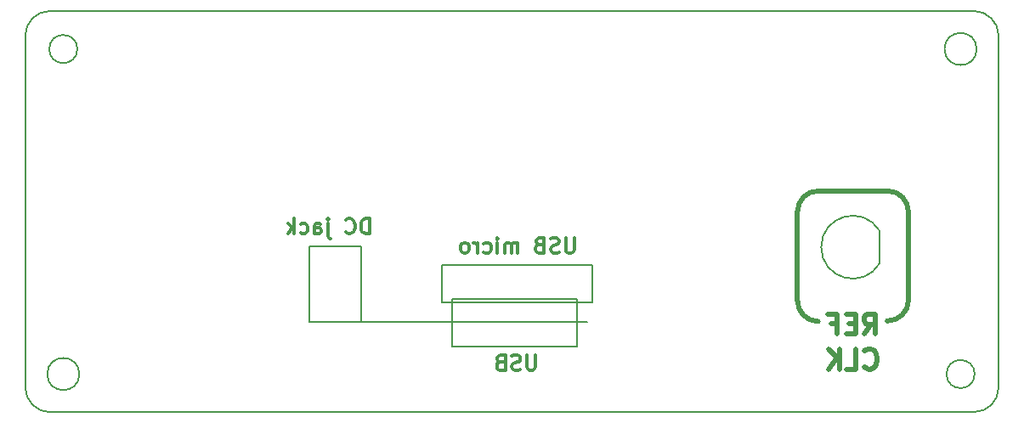
<source format=gbo>
G04 #@! TF.FileFunction,Legend,Bot*
%FSLAX46Y46*%
G04 Gerber Fmt 4.6, Leading zero omitted, Abs format (unit mm)*
G04 Created by KiCad (PCBNEW no-bzr-kicad_new3d-viewer) date 06/27/16 23:25:45*
%MOMM*%
%LPD*%
G01*
G04 APERTURE LIST*
%ADD10C,0.100000*%
%ADD11C,0.150000*%
%ADD12C,0.300000*%
%ADD13C,0.500000*%
G04 APERTURE END LIST*
D10*
D11*
X114911900Y-82160340D02*
X114911900Y-89760340D01*
X109711900Y-82160340D02*
X114911900Y-82160340D01*
X109711900Y-89760340D02*
X109711900Y-82160340D01*
X114911900Y-89760340D02*
X109711900Y-89760340D01*
X136411900Y-87760340D02*
X136411900Y-92160340D01*
X137911900Y-87760340D02*
X136411900Y-87760340D01*
X137911900Y-84060340D02*
X137911900Y-87760340D01*
X122911900Y-84060340D02*
X137911900Y-84060340D01*
X122911900Y-87760340D02*
X122911900Y-84060340D01*
X123911900Y-87760340D02*
X122911900Y-87760340D01*
X123911900Y-92160340D02*
X123911900Y-87760340D01*
X136411900Y-92160340D02*
X123911900Y-92160340D01*
X114911900Y-89760340D02*
X122911900Y-89760340D01*
D12*
X132254757Y-93038911D02*
X132254757Y-94253197D01*
X132183328Y-94396054D01*
X132111900Y-94467482D01*
X131969042Y-94538911D01*
X131683328Y-94538911D01*
X131540471Y-94467482D01*
X131469042Y-94396054D01*
X131397614Y-94253197D01*
X131397614Y-93038911D01*
X130754757Y-94467482D02*
X130540471Y-94538911D01*
X130183328Y-94538911D01*
X130040471Y-94467482D01*
X129969042Y-94396054D01*
X129897614Y-94253197D01*
X129897614Y-94110340D01*
X129969042Y-93967482D01*
X130040471Y-93896054D01*
X130183328Y-93824625D01*
X130469042Y-93753197D01*
X130611900Y-93681768D01*
X130683328Y-93610340D01*
X130754757Y-93467482D01*
X130754757Y-93324625D01*
X130683328Y-93181768D01*
X130611900Y-93110340D01*
X130469042Y-93038911D01*
X130111900Y-93038911D01*
X129897614Y-93110340D01*
X128754757Y-93753197D02*
X128540471Y-93824625D01*
X128469042Y-93896054D01*
X128397614Y-94038911D01*
X128397614Y-94253197D01*
X128469042Y-94396054D01*
X128540471Y-94467482D01*
X128683328Y-94538911D01*
X129254757Y-94538911D01*
X129254757Y-93038911D01*
X128754757Y-93038911D01*
X128611900Y-93110340D01*
X128540471Y-93181768D01*
X128469042Y-93324625D01*
X128469042Y-93467482D01*
X128540471Y-93610340D01*
X128611900Y-93681768D01*
X128754757Y-93753197D01*
X129254757Y-93753197D01*
D11*
X123911900Y-87460340D02*
X136411900Y-87460340D01*
X123911900Y-92160340D02*
X123911900Y-87460340D01*
X136411900Y-92160340D02*
X136411900Y-87460340D01*
X123911900Y-92160340D02*
X136411900Y-92160340D01*
X122911900Y-89760340D02*
X137411900Y-89760340D01*
D12*
X115711900Y-80938911D02*
X115711900Y-79438911D01*
X115354757Y-79438911D01*
X115140471Y-79510340D01*
X114997614Y-79653197D01*
X114926185Y-79796054D01*
X114854757Y-80081768D01*
X114854757Y-80296054D01*
X114926185Y-80581768D01*
X114997614Y-80724625D01*
X115140471Y-80867482D01*
X115354757Y-80938911D01*
X115711900Y-80938911D01*
X113354757Y-80796054D02*
X113426185Y-80867482D01*
X113640471Y-80938911D01*
X113783328Y-80938911D01*
X113997614Y-80867482D01*
X114140471Y-80724625D01*
X114211900Y-80581768D01*
X114283328Y-80296054D01*
X114283328Y-80081768D01*
X114211900Y-79796054D01*
X114140471Y-79653197D01*
X113997614Y-79510340D01*
X113783328Y-79438911D01*
X113640471Y-79438911D01*
X113426185Y-79510340D01*
X113354757Y-79581768D01*
X111569042Y-79938911D02*
X111569042Y-81224625D01*
X111640471Y-81367482D01*
X111783328Y-81438911D01*
X111854757Y-81438911D01*
X111569042Y-79438911D02*
X111640471Y-79510340D01*
X111569042Y-79581768D01*
X111497614Y-79510340D01*
X111569042Y-79438911D01*
X111569042Y-79581768D01*
X110211900Y-80938911D02*
X110211900Y-80153197D01*
X110283328Y-80010340D01*
X110426185Y-79938911D01*
X110711900Y-79938911D01*
X110854757Y-80010340D01*
X110211900Y-80867482D02*
X110354757Y-80938911D01*
X110711900Y-80938911D01*
X110854757Y-80867482D01*
X110926185Y-80724625D01*
X110926185Y-80581768D01*
X110854757Y-80438911D01*
X110711900Y-80367482D01*
X110354757Y-80367482D01*
X110211900Y-80296054D01*
X108854757Y-80867482D02*
X108997614Y-80938911D01*
X109283328Y-80938911D01*
X109426185Y-80867482D01*
X109497614Y-80796054D01*
X109569042Y-80653197D01*
X109569042Y-80224625D01*
X109497614Y-80081768D01*
X109426185Y-80010340D01*
X109283328Y-79938911D01*
X108997614Y-79938911D01*
X108854757Y-80010340D01*
X108211900Y-80938911D02*
X108211900Y-79438911D01*
X108069042Y-80367482D02*
X107640471Y-80938911D01*
X107640471Y-79938911D02*
X108211900Y-80510340D01*
D11*
X109711900Y-89760340D02*
X114911900Y-89760340D01*
X109711900Y-82160340D02*
X109711900Y-89760340D01*
X114911900Y-82160340D02*
X109711900Y-82160340D01*
X114911900Y-89760340D02*
X114911900Y-82160340D01*
D12*
X136119042Y-81338911D02*
X136119042Y-82553197D01*
X136047614Y-82696054D01*
X135976185Y-82767482D01*
X135833328Y-82838911D01*
X135547614Y-82838911D01*
X135404757Y-82767482D01*
X135333328Y-82696054D01*
X135261900Y-82553197D01*
X135261900Y-81338911D01*
X134619042Y-82767482D02*
X134404757Y-82838911D01*
X134047614Y-82838911D01*
X133904757Y-82767482D01*
X133833328Y-82696054D01*
X133761900Y-82553197D01*
X133761900Y-82410340D01*
X133833328Y-82267482D01*
X133904757Y-82196054D01*
X134047614Y-82124625D01*
X134333328Y-82053197D01*
X134476185Y-81981768D01*
X134547614Y-81910340D01*
X134619042Y-81767482D01*
X134619042Y-81624625D01*
X134547614Y-81481768D01*
X134476185Y-81410340D01*
X134333328Y-81338911D01*
X133976185Y-81338911D01*
X133761900Y-81410340D01*
X132619042Y-82053197D02*
X132404757Y-82124625D01*
X132333328Y-82196054D01*
X132261900Y-82338911D01*
X132261900Y-82553197D01*
X132333328Y-82696054D01*
X132404757Y-82767482D01*
X132547614Y-82838911D01*
X133119042Y-82838911D01*
X133119042Y-81338911D01*
X132619042Y-81338911D01*
X132476185Y-81410340D01*
X132404757Y-81481768D01*
X132333328Y-81624625D01*
X132333328Y-81767482D01*
X132404757Y-81910340D01*
X132476185Y-81981768D01*
X132619042Y-82053197D01*
X133119042Y-82053197D01*
X130476185Y-82838911D02*
X130476185Y-81838911D01*
X130476185Y-81981768D02*
X130404757Y-81910340D01*
X130261900Y-81838911D01*
X130047614Y-81838911D01*
X129904757Y-81910340D01*
X129833328Y-82053197D01*
X129833328Y-82838911D01*
X129833328Y-82053197D02*
X129761900Y-81910340D01*
X129619042Y-81838911D01*
X129404757Y-81838911D01*
X129261900Y-81910340D01*
X129190471Y-82053197D01*
X129190471Y-82838911D01*
X128476185Y-82838911D02*
X128476185Y-81838911D01*
X128476185Y-81338911D02*
X128547614Y-81410340D01*
X128476185Y-81481768D01*
X128404757Y-81410340D01*
X128476185Y-81338911D01*
X128476185Y-81481768D01*
X127119042Y-82767482D02*
X127261900Y-82838911D01*
X127547614Y-82838911D01*
X127690471Y-82767482D01*
X127761900Y-82696054D01*
X127833328Y-82553197D01*
X127833328Y-82124625D01*
X127761900Y-81981768D01*
X127690471Y-81910340D01*
X127547614Y-81838911D01*
X127261900Y-81838911D01*
X127119042Y-81910340D01*
X126476185Y-82838911D02*
X126476185Y-81838911D01*
X126476185Y-82124625D02*
X126404757Y-81981768D01*
X126333328Y-81910340D01*
X126190471Y-81838911D01*
X126047614Y-81838911D01*
X125333328Y-82838911D02*
X125476185Y-82767482D01*
X125547614Y-82696054D01*
X125619042Y-82553197D01*
X125619042Y-82124625D01*
X125547614Y-81981768D01*
X125476185Y-81910340D01*
X125333328Y-81838911D01*
X125119042Y-81838911D01*
X124976185Y-81910340D01*
X124904757Y-81981768D01*
X124833328Y-82124625D01*
X124833328Y-82553197D01*
X124904757Y-82696054D01*
X124976185Y-82767482D01*
X125119042Y-82838911D01*
X125333328Y-82838911D01*
D11*
X122911900Y-87760340D02*
X137911900Y-87760340D01*
X122911900Y-84060340D02*
X122911900Y-87760340D01*
X137911900Y-84060340D02*
X122911900Y-84060340D01*
X137911900Y-87760340D02*
X137911900Y-84060340D01*
D13*
X167358348Y-76679154D02*
G75*
G02X169408348Y-78779764I0J-2050610D01*
G01*
X167358348Y-76679764D02*
X160458348Y-76679764D01*
X158357738Y-78729764D02*
G75*
G02X160458348Y-76679764I2050610J0D01*
G01*
X160408348Y-89679764D02*
G75*
G02X158358348Y-87579154I0J2050610D01*
G01*
X158358348Y-87579764D02*
X158358348Y-78729764D01*
X169408348Y-87529764D02*
X169408348Y-78779764D01*
X169408958Y-87579154D02*
G75*
G02X167308348Y-89629154I-2050610J0D01*
G01*
X165001205Y-90934525D02*
X165667871Y-89982144D01*
X166144062Y-90934525D02*
X166144062Y-88934525D01*
X165382157Y-88934525D01*
X165191681Y-89029764D01*
X165096443Y-89125002D01*
X165001205Y-89315478D01*
X165001205Y-89601192D01*
X165096443Y-89791668D01*
X165191681Y-89886906D01*
X165382157Y-89982144D01*
X166144062Y-89982144D01*
X164144062Y-89886906D02*
X163477395Y-89886906D01*
X163191681Y-90934525D02*
X164144062Y-90934525D01*
X164144062Y-88934525D01*
X163191681Y-88934525D01*
X161667871Y-89886906D02*
X162334538Y-89886906D01*
X162334538Y-90934525D02*
X162334538Y-88934525D01*
X161382157Y-88934525D01*
X165048824Y-94244049D02*
X165144062Y-94339287D01*
X165429776Y-94434525D01*
X165620252Y-94434525D01*
X165905967Y-94339287D01*
X166096443Y-94148811D01*
X166191681Y-93958335D01*
X166286919Y-93577383D01*
X166286919Y-93291668D01*
X166191681Y-92910716D01*
X166096443Y-92720240D01*
X165905967Y-92529764D01*
X165620252Y-92434525D01*
X165429776Y-92434525D01*
X165144062Y-92529764D01*
X165048824Y-92625002D01*
X163239300Y-94434525D02*
X164191681Y-94434525D01*
X164191681Y-92434525D01*
X162572633Y-94434525D02*
X162572633Y-92434525D01*
X161429776Y-94434525D02*
X162286919Y-93291668D01*
X161429776Y-92434525D02*
X162572633Y-93577383D01*
D11*
X86808348Y-94929764D02*
G75*
G03X86808348Y-94929764I-1600000J0D01*
G01*
X83908348Y-98729764D02*
G75*
G02X81408348Y-96229764I0J2500000D01*
G01*
X176008348Y-94929764D02*
G75*
G03X176008348Y-94929764I-1400000J0D01*
G01*
X178408348Y-96229764D02*
G75*
G02X175908348Y-98729764I-2500000J0D01*
G01*
X176208348Y-62529764D02*
G75*
G03X176208348Y-62529764I-1600000J0D01*
G01*
X175908348Y-58729764D02*
G75*
G02X178408348Y-61229764I0J-2500000D01*
G01*
X81408348Y-61229764D02*
G75*
G02X83908348Y-58729764I2500000J0D01*
G01*
X86608348Y-62529764D02*
G75*
G03X86608348Y-62529764I-1400000J0D01*
G01*
X81408348Y-61229764D02*
X81408348Y-96229764D01*
X178408348Y-96229764D02*
X178408348Y-61229764D01*
X175908348Y-98729764D02*
X83908348Y-98729764D01*
X175908348Y-58729764D02*
X83908348Y-58729764D01*
X166567437Y-83864326D02*
G75*
G02X166558348Y-80679764I-2709089J1584562D01*
G01*
X166558348Y-80679764D02*
X166558348Y-83879764D01*
M02*

</source>
